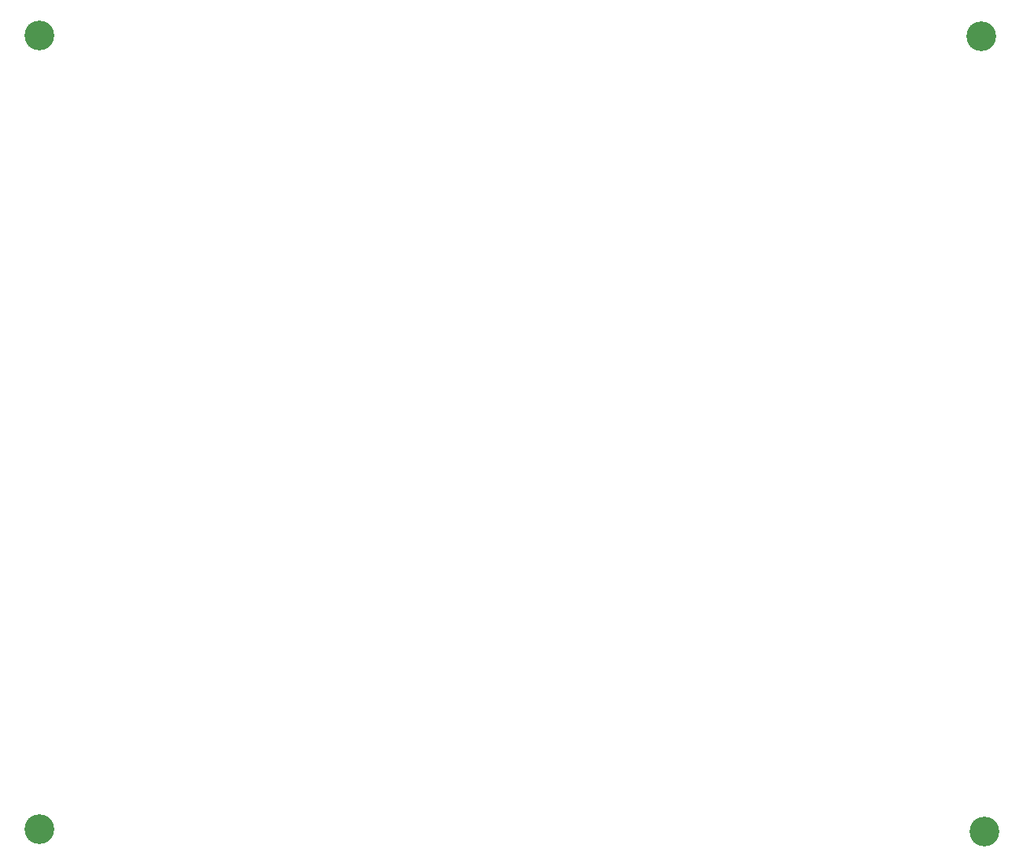
<source format=gbs>
G04 EAGLE Gerber RS-274X export*
G75*
%MOMM*%
%FSLAX34Y34*%
%LPD*%
%INSoldermask Bottom*%
%IPPOS*%
%AMOC8*
5,1,8,0,0,1.08239X$1,22.5*%
G01*
%ADD10C,3.203200*%


D10*
X142098Y977913D03*
X141636Y124908D03*
X1157475Y122671D03*
X1154494Y976819D03*
M02*

</source>
